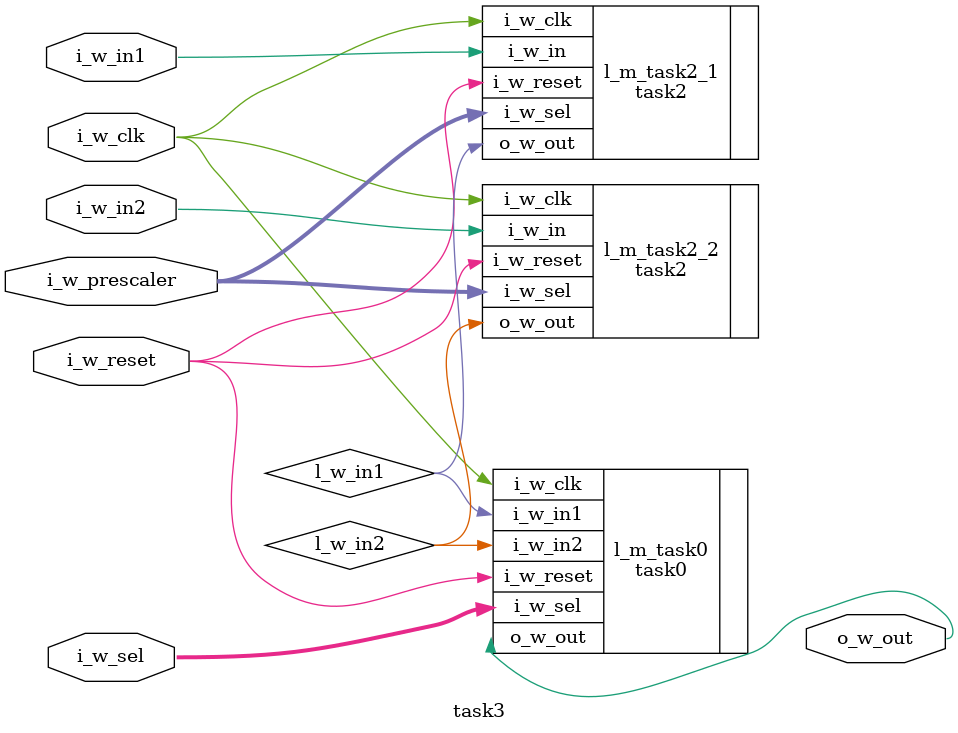
<source format=v>
module task3(
    output wire o_w_out,
    input wire[1:0] i_w_sel,
    input wire i_w_in1,
    input wire i_w_in2,
    input wire i_w_clk,
    input wire i_w_reset,
    input wire[4:0] i_w_prescaler
);
     wire l_w_in1;
     wire l_w_in2;
     task0 l_m_task0(
       .o_w_out(o_w_out),
       .i_w_sel(i_w_sel),
       .i_w_clk(i_w_clk),
       .i_w_reset(i_w_reset),
       .i_w_in1(l_w_in1),
       .i_w_in2(l_w_in2)
     );
   
     task2  l_m_task2_1(
       .o_w_out(l_w_in1),
       .i_w_clk(i_w_clk),
       .i_w_reset(i_w_reset),
       .i_w_in(i_w_in1),
       .i_w_sel(i_w_prescaler)
     );

     task2  l_m_task2_2(
       .o_w_out(l_w_in2),
       .i_w_clk(i_w_clk),
       .i_w_reset(i_w_reset),
       .i_w_in(i_w_in2),
       .i_w_sel(i_w_prescaler)
     );

endmodule

</source>
